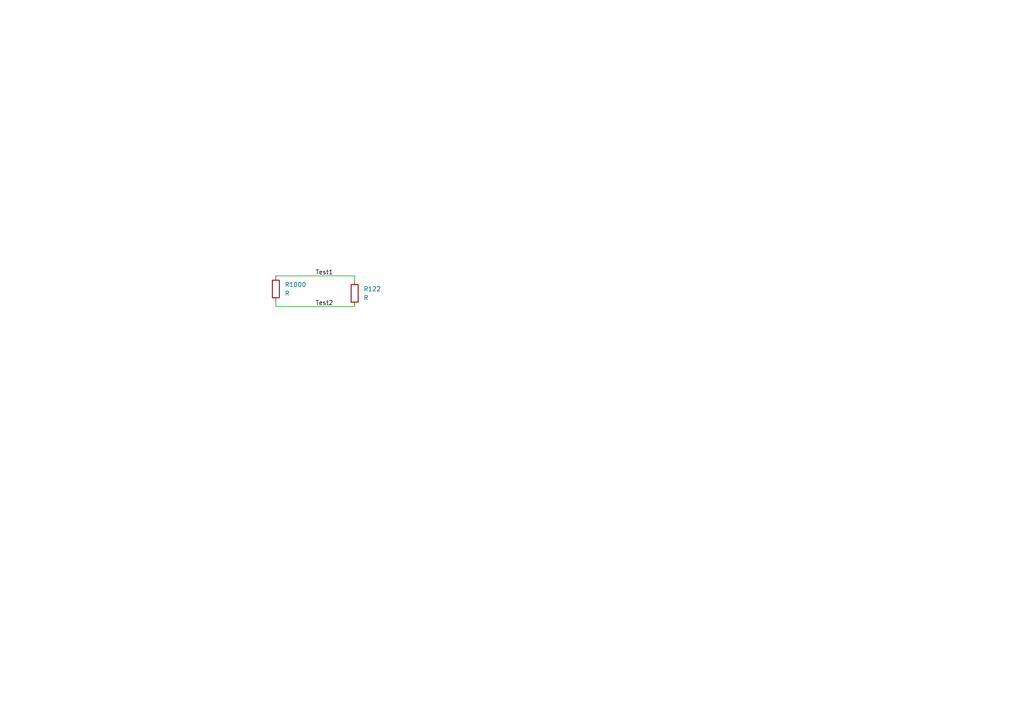
<source format=kicad_sch>
(kicad_sch (version 20250114) (generator "eeschema") (generator_version "9.0")
  (paper "A4")
  (lib_symbols
    (symbol "Device:R" (pin_numbers (hide yes)) (pin_names (offset 0))
      (property "Reference" "R" (at 2.032 0 90))
      (property "Value" "R" (at 0 0 90))
      (symbol "R_0_1"
        (rectangle (start -1.016 -2.54) (end 1.016 2.54) (stroke (width 0.254)))
      )
      (symbol "R_1_1"
        (pin passive line (at 0 3.81 270) (length 1.27) (name "~") (number "1"))
        (pin passive line (at 0 -3.81 90) (length 1.27) (name "~") (number "2"))
      )
    )
  )
  (wire (pts (xy 102.87 80.01) (xy 102.87 81.28)))
  (wire (pts (xy 102.87 88.9) (xy 80.01 88.9)))
  (wire (pts (xy 80.01 88.9) (xy 80.01 87.63)))
  (wire (pts (xy 80.01 80.01) (xy 102.87 80.01)))
  (label "Test1" (at 91.44 80.01 0))
  (label "Test2" (at 91.44 88.9 0))
  (symbol (lib_id "Device:R") (at 102.87 85.09 0) (unit 1)
    (property "Reference" "R122" (at 105.41 83.8199 0) (effects (justify left)))
    (property "Value" "R" (at 105.41 86.3599 0) (effects (justify left)))
    (property "Footprint" "Resistor_SMD:R_0201_0603Metric" (effects (hide yes)))
    (property "Description" "Resistor" (effects (hide yes)))
  )
  (symbol (lib_id "Device:R") (at 80.01 83.82 0) (unit 1)
    (property "Reference" "R1000" (at 82.55 82.5499 0) (effects (justify left)))
    (property "Value" "R" (at 82.55 85.0899 0) (effects (justify left)))
    (property "Footprint" "Resistor_SMD:R_0201_0603Metric" (effects (hide yes)))
    (property "Description" "Resistor" (effects (hide yes)))
  )
)
</source>
